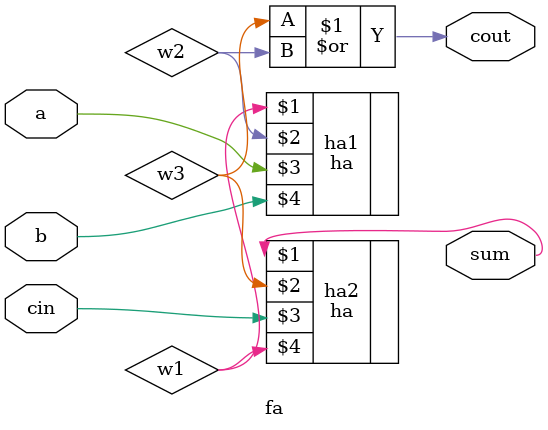
<source format=v>
/*
AUTHOR: Gabe Garves
DATE: 11/8/2019
FROM: TXST SENIOR DESIGN PROJECT FALL 2019
FOR: TEXAS STATE UNIVERSITY STUDENT AND INSTRUCTOR USE
*/
//Structural Code

module fa(sum, cout, a, b, cin);
	output sum, cout;	//2 outputs

	input a, b, cin;	//3 inputs
	
	wire w1, w2, w3;	//connecting wires
	
	//module var_name(output1, output2, input1, input2);
	
	ha ha1(w1, w2, a, b);		//uses the HA module to add x and y
	ha ha2(sum, w3, cin, w1);	//add cin and carry from x and y
	or o1(cout, w3, w2);		//calculating carry
	
endmodule

</source>
